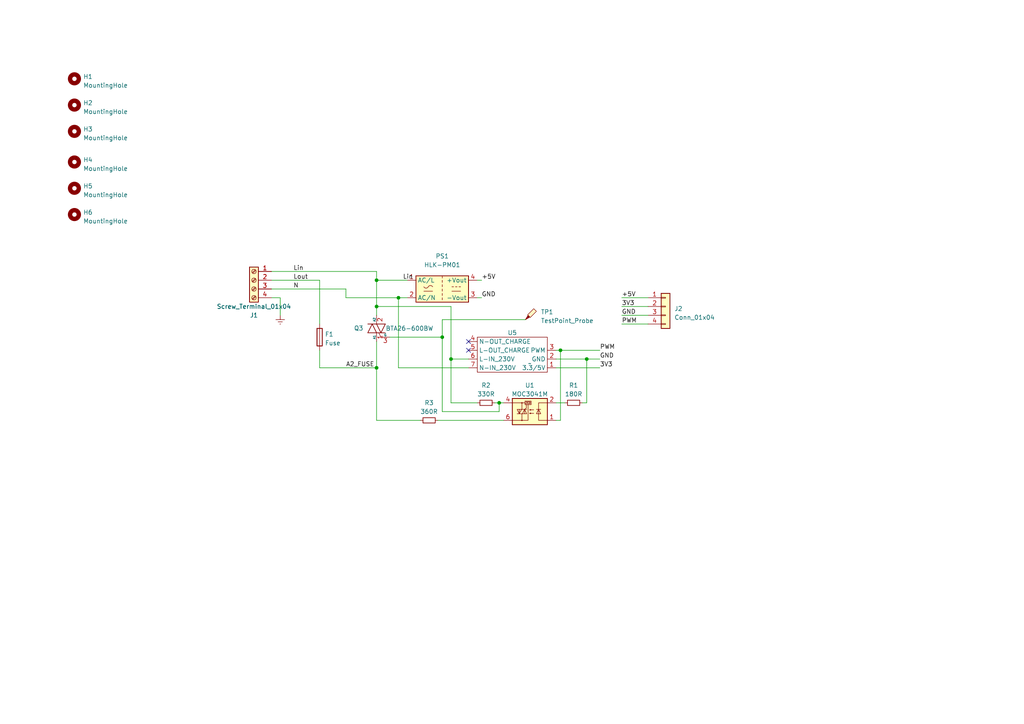
<source format=kicad_sch>
(kicad_sch (version 20230121) (generator eeschema)
  (paper "A4")
  (lib_symbols
    (symbol "Connector:Screw_Terminal_01x04" (pin_names (offset 1.016) hide)
      (property "Reference" "J" (at 0 5.08 0))
      (property "Value" "Screw_Terminal_01x04" (at 0 -7.62 0))
      (symbol "Screw_Terminal_01x04_1_1"
        (rectangle (start -1.27 3.81) (end 1.27 -6.35) (stroke (width 0.254)) (fill (type background)))
        (circle (center 0 -5.08) (radius 0.635) (stroke (width 0.1524)))
        (circle (center 0 -2.54) (radius 0.635) (stroke (width 0.1524)))
        (polyline (pts (xy -0.5334 -4.7498) (xy 0.3302 -5.588)) (stroke (width 0.1524)))
        (polyline (pts (xy -0.5334 -2.2098) (xy 0.3302 -3.048)) (stroke (width 0.1524)))
        (polyline (pts (xy -0.5334 0.3302) (xy 0.3302 -0.508)) (stroke (width 0.1524)))
        (polyline (pts (xy -0.5334 2.8702) (xy 0.3302 2.032)) (stroke (width 0.1524)))
        (polyline (pts (xy -0.3556 -4.572) (xy 0.508 -5.4102)) (stroke (width 0.1524)))
        (polyline (pts (xy -0.3556 -2.032) (xy 0.508 -2.8702)) (stroke (width 0.1524)))
        (polyline (pts (xy -0.3556 0.508) (xy 0.508 -0.3302)) (stroke (width 0.1524)))
        (polyline (pts (xy -0.3556 3.048) (xy 0.508 2.2098)) (stroke (width 0.1524)))
        (circle (center 0 0) (radius 0.635) (stroke (width 0.1524)))
        (circle (center 0 2.54) (radius 0.635) (stroke (width 0.1524)))
        (pin passive line (at -5.08 2.54 0) (length 3.81) (name "Pin_1") (number "1"))
        (pin passive line (at -5.08 0 0) (length 3.81) (name "Pin_2") (number "2"))
        (pin passive line (at -5.08 -2.54 0) (length 3.81) (name "Pin_3") (number "3"))
        (pin passive line (at -5.08 -5.08 0) (length 3.81) (name "Pin_4") (number "4"))
      )
    )
    (symbol "Connector:TestPoint_Probe" (pin_numbers hide) (pin_names (offset 0.762) hide)
      (property "Reference" "TP" (at 1.651 5.842 0))
      (property "Value" "TestPoint_Probe" (at 1.651 4.064 0))
      (symbol "TestPoint_Probe_0_1"
        (polyline (pts (xy 1.27 0.762) (xy 0 0) (xy 0.762 1.27) (xy 1.27 0.762)) (fill (type outline)))
        (polyline (pts (xy 1.397 0.635) (xy 0.635 1.397) (xy 2.413 3.175) (xy 3.175 2.413) (xy 1.397 0.635)) (fill (type background)))
      )
      (symbol "TestPoint_Probe_1_1"
        (pin passive line (at 0 0 90) (length 0) (name "1") (number "1"))
      )
    )
    (symbol "Connector_Generic:Conn_01x04" (pin_names (offset 1.016) hide)
      (property "Reference" "J" (at 0 5.08 0))
      (property "Value" "Conn_01x04" (at 0 -7.62 0))
      (symbol "Conn_01x04_1_1"
        (rectangle (start -1.27 -4.953) (end 0 -5.207) (stroke (width 0.1524)))
        (rectangle (start -1.27 -2.413) (end 0 -2.667) (stroke (width 0.1524)))
        (rectangle (start -1.27 0.127) (end 0 -0.127) (stroke (width 0.1524)))
        (rectangle (start -1.27 2.667) (end 0 2.413) (stroke (width 0.1524)))
        (rectangle (start -1.27 3.81) (end 1.27 -6.35) (stroke (width 0.254)) (fill (type background)))
        (pin passive line (at -5.08 2.54 0) (length 3.81) (name "Pin_1") (number "1"))
        (pin passive line (at -5.08 0 0) (length 3.81) (name "Pin_2") (number "2"))
        (pin passive line (at -5.08 -2.54 0) (length 3.81) (name "Pin_3") (number "3"))
        (pin passive line (at -5.08 -5.08 0) (length 3.81) (name "Pin_4") (number "4"))
      )
    )
    (symbol "Converter_ACDC:HLK-PM01"
      (property "Reference" "PS" (at 0 5.08 0))
      (property "Value" "HLK-PM01" (at 0 -5.08 0))
      (symbol "HLK-PM01_0_1"
        (rectangle (start -7.62 3.81) (end 7.62 -3.81) (stroke (width 0.254)) (fill (type background)))
        (arc (start -5.334 0.635) (mid -4.699 0.2495) (end -4.064 0.635))
        (arc (start -2.794 0.635) (mid -3.429 1.0072) (end -4.064 0.635))
        (polyline (pts (xy -5.334 -0.635) (xy -2.794 -0.635)))
        (polyline (pts (xy 0 -2.54) (xy 0 -3.175)))
        (polyline (pts (xy 0 -1.27) (xy 0 -1.905)))
        (polyline (pts (xy 0 0) (xy 0 -0.635)))
        (polyline (pts (xy 0 1.27) (xy 0 0.635)))
        (polyline (pts (xy 0 2.54) (xy 0 1.905)))
        (polyline (pts (xy 0 3.81) (xy 0 3.175)))
        (polyline (pts (xy 2.794 -0.635) (xy 5.334 -0.635)))
        (polyline (pts (xy 2.794 0.635) (xy 3.302 0.635)))
        (polyline (pts (xy 3.81 0.635) (xy 4.318 0.635)))
        (polyline (pts (xy 4.826 0.635) (xy 5.334 0.635)))
      )
      (symbol "HLK-PM01_1_1"
        (pin power_in line (at -10.16 2.54 0) (length 2.54) (name "AC/L") (number "1"))
        (pin power_in line (at -10.16 -2.54 0) (length 2.54) (name "AC/N") (number "2"))
        (pin power_out line (at 10.16 -2.54 180) (length 2.54) (name "-Vout") (number "3"))
        (pin power_out line (at 10.16 2.54 180) (length 2.54) (name "+Vout") (number "4"))
      )
    )
    (symbol "Device:Fuse" (pin_numbers hide) (pin_names (offset 0))
      (property "Reference" "F" (at 2.032 0 90))
      (property "Value" "Fuse" (at -1.905 0 90))
      (symbol "Fuse_0_1"
        (rectangle (start -0.762 -2.54) (end 0.762 2.54) (stroke (width 0.254)))
        (polyline (pts (xy 0 2.54) (xy 0 -2.54)))
      )
      (symbol "Fuse_1_1"
        (pin passive line (at 0 3.81 270) (length 1.27) (name "~") (number "1"))
        (pin passive line (at 0 -3.81 90) (length 1.27) (name "~") (number "2"))
      )
    )
    (symbol "Device:R_Small" (pin_numbers hide) (pin_names (offset 0.254) hide)
      (property "Reference" "R" (at 0.762 0.508 0))
      (property "Value" "R_Small" (at 0.762 -1.016 0))
      (symbol "R_Small_0_1"
        (rectangle (start -0.762 1.778) (end 0.762 -1.778) (stroke (width 0.2032)))
      )
      (symbol "R_Small_1_1"
        (pin passive line (at 0 2.54 270) (length 0.762) (name "~") (number "1"))
        (pin passive line (at 0 -2.54 90) (length 0.762) (name "~") (number "2"))
      )
    )
    (symbol "Mechanical:MountingHole" (pin_names (offset 1.016))
      (property "Reference" "H" (at 0 5.08 0))
      (property "Value" "MountingHole" (at 0 3.175 0))
      (symbol "MountingHole_0_1"
        (circle (center 0 0) (radius 1.27) (stroke (width 1.27)))
      )
    )
    (symbol "Relay_SolidState:MOC3041M"
      (property "Reference" "U" (at -5.08 5.08 0))
      (property "Value" "MOC3041M" (at 0 5.08 0))
      (symbol "MOC3041M_0_0"
        (rectangle (start -0.381 -2.032) (end 1.397 -3.048))
        (polyline (pts (xy 2.286 -2.54) (xy 1.397 -2.54)))
        (polyline (pts (xy 1.524 -0.635) (xy 1.016 -1.016) (xy 1.016 -2.032)))
        (text "ZCD" (at 0.508 -2.54 0) (effects (font (size 0.508 0.508))))
      )
      (symbol "MOC3041M_0_1"
        (rectangle (start -5.08 3.81) (end 5.08 -3.81) (stroke (width 0.254)) (fill (type background)))
        (polyline (pts (xy -3.175 -0.635) (xy -1.905 -0.635)))
        (polyline (pts (xy 1.524 -0.635) (xy 1.524 0.635)))
        (polyline (pts (xy 3.048 0.635) (xy 3.048 -0.635)))
        (polyline (pts (xy 2.286 -0.635) (xy 2.286 -2.54) (xy 5.08 -2.54)))
        (polyline (pts (xy 2.286 0.635) (xy 2.286 2.54) (xy 5.08 2.54)))
        (polyline (pts (xy 2.286 2.54) (xy 0.508 2.54) (xy 0.508 -2.032)))
        (polyline (pts (xy -5.08 2.54) (xy -2.54 2.54) (xy -2.54 -2.54) (xy -5.08 -2.54)))
        (polyline (pts (xy -2.54 -0.635) (xy -3.175 0.635) (xy -1.905 0.635) (xy -2.54 -0.635)))
        (polyline (pts (xy 0.889 -0.635) (xy 3.683 -0.635) (xy 3.048 0.635) (xy 2.413 -0.635)))
        (polyline (pts (xy 3.683 0.635) (xy 0.889 0.635) (xy 1.524 -0.635) (xy 2.159 0.635)))
        (polyline (pts (xy -1.143 -0.508) (xy 0.127 -0.508) (xy -0.254 -0.635) (xy -0.254 -0.381) (xy 0.127 -0.508)))
        (polyline (pts (xy -1.143 0.508) (xy 0.127 0.508) (xy -0.254 0.381) (xy -0.254 0.635) (xy 0.127 0.508)))
        (circle (center 2.286 -2.54) (radius 0.127))
        (circle (center 2.286 2.54) (radius 0.127))
      )
      (symbol "MOC3041M_1_1"
        (pin passive line (at -7.62 2.54 0) (length 2.54) (name "~") (number "1"))
        (pin passive line (at -7.62 -2.54 0) (length 2.54) (name "~") (number "2"))
        (pin no_connect line (at -5.08 0 0) (length 2.54) hide (name "NC") (number "3"))
        (pin passive line (at 7.62 -2.54 180) (length 2.54) (name "~") (number "4"))
        (pin no_connect line (at 5.08 0 180) (length 2.54) hide (name "NC") (number "5"))
        (pin passive line (at 7.62 2.54 180) (length 2.54) (name "~") (number "6"))
      )
    )
    (symbol "Triac_Thyristor:BTA16-600BW" (pin_names (offset 0))
      (property "Reference" "Q" (at 5.08 1.905 0))
      (property "Value" "BTA16-600BW" (at 5.08 0 0))
      (symbol "BTA16-600BW_0_1"
        (polyline (pts (xy -2.54 -1.27) (xy 2.54 -1.27)) (stroke (width 0.2032)))
        (polyline (pts (xy -2.54 1.27) (xy 2.54 1.27)) (stroke (width 0.2032)))
        (polyline (pts (xy -1.27 -2.54) (xy -0.635 -1.27)))
        (polyline (pts (xy -2.54 1.27) (xy -1.27 -1.27) (xy 0 1.27)) (stroke (width 0.2032)))
        (polyline (pts (xy 0 -1.27) (xy 1.27 1.27) (xy 2.54 -1.27)) (stroke (width 0.2032)))
      )
      (symbol "BTA16-600BW_1_1"
        (pin passive line (at 0 -3.81 90) (length 2.54) (name "A1") (number "1"))
        (pin passive line (at 0 3.81 270) (length 2.54) (name "A2") (number "2"))
        (pin input line (at -3.81 -2.54 0) (length 2.54) (name "G") (number "3"))
      )
    )
    (symbol "module:YYAC-3S_PWM_TRIAC"
      (property "Reference" "U" (at 1.27 3.81 0))
      (symbol "YYAC-3S_PWM_TRIAC_0_1"
        (polyline (pts (xy -5.08 2.54) (xy 15.24 2.54) (xy 15.24 -7.62) (xy -5.08 -7.62) (xy -5.08 2.54)))
      )
      (symbol "YYAC-3S_PWM_TRIAC_1_1"
        (pin input line (at -7.62 1.27 0) (length 2.54) (name "3.3/5V") (number "1"))
        (pin input line (at -7.62 -1.27 0) (length 2.54) (name "GND") (number "2"))
        (pin input line (at -7.62 -3.81 0) (length 2.54) (name "PWM") (number "3"))
        (pin output line (at 17.78 -6.35 180) (length 2.54) (name "N-OUT_CHARGE") (number "4"))
        (pin output line (at 17.78 -3.81 180) (length 2.54) (name "L-OUT_CHARGE") (number "5"))
        (pin input line (at 17.78 -1.27 180) (length 2.54) (name "L-IN_230V") (number "6"))
        (pin input line (at 17.78 1.27 180) (length 2.54) (name "N-IN_230V") (number "7"))
      )
    )
    (symbol "power:Earth" (power) (pin_names (offset 0))
      (symbol "Earth_0_1"
        (polyline (pts (xy -0.635 -1.905) (xy 0.635 -1.905)))
        (polyline (pts (xy -0.127 -2.54) (xy 0.127 -2.54)))
        (polyline (pts (xy 0 -1.27) (xy 0 0)))
        (polyline (pts (xy 1.27 -1.27) (xy -1.27 -1.27)))
      )
      (symbol "Earth_1_1"
        (pin power_in line (at 0 0 270) (length 0) hide (name "Earth") (number "1"))
      )
    )
  )
  (junction (at 109.22 88.9))
  (junction (at 109.22 81.28))
  (junction (at 128.27 97.79))
  (junction (at 130.81 104.14))
  (junction (at 109.22 106.68))
  (junction (at 170.18 104.14))
  (junction (at 162.56 101.6))
  (junction (at 144.78 116.84))
  (junction (at 115.57 86.36))
  (no_connect (at 135.89 99.06))
  (no_connect (at 135.89 101.6))
  (wire (pts (xy 109.22 88.9) (xy 109.22 91.44)))
  (wire (pts (xy 138.43 116.84) (xy 130.81 116.84)))
  (wire (pts (xy 161.29 121.92) (xy 162.56 121.92)))
  (wire (pts (xy 130.81 116.84) (xy 130.81 104.14)))
  (wire (pts (xy 180.34 88.9) (xy 187.96 88.9)))
  (wire (pts (xy 143.51 116.84) (xy 144.78 116.84)))
  (wire (pts (xy 138.43 86.36) (xy 139.7 86.36)))
  (wire (pts (xy 115.57 86.36) (xy 118.11 86.36)))
  (wire (pts (xy 170.18 116.84) (xy 168.91 116.84)))
  (wire (pts (xy 128.27 92.71) (xy 152.4 92.71)))
  (wire (pts (xy 100.33 86.36) (xy 115.57 86.36)))
  (wire (pts (xy 109.22 81.28) (xy 109.22 78.74)))
  (wire (pts (xy 180.34 93.98) (xy 187.96 93.98)))
  (wire (pts (xy 115.57 106.68) (xy 115.57 86.36)))
  (wire (pts (xy 121.92 121.92) (xy 109.22 121.92)))
  (wire (pts (xy 78.74 81.28) (xy 92.71 81.28)))
  (wire (pts (xy 161.29 104.14) (xy 170.18 104.14)))
  (wire (pts (xy 92.71 106.68) (xy 109.22 106.68)))
  (wire (pts (xy 128.27 92.71) (xy 128.27 97.79)))
  (wire (pts (xy 92.71 101.6) (xy 92.71 106.68)))
  (wire (pts (xy 109.22 99.06) (xy 109.22 106.68)))
  (wire (pts (xy 161.29 106.68) (xy 173.99 106.68)))
  (wire (pts (xy 170.18 104.14) (xy 170.18 116.84)))
  (wire (pts (xy 173.99 101.6) (xy 162.56 101.6)))
  (wire (pts (xy 109.22 121.92) (xy 109.22 106.68)))
  (wire (pts (xy 180.34 86.36) (xy 187.96 86.36)))
  (wire (pts (xy 78.74 86.36) (xy 81.28 86.36)))
  (wire (pts (xy 130.81 88.9) (xy 130.81 104.14)))
  (wire (pts (xy 162.56 101.6) (xy 161.29 101.6)))
  (wire (pts (xy 109.22 81.28) (xy 118.11 81.28)))
  (wire (pts (xy 109.22 81.28) (xy 109.22 88.9)))
  (wire (pts (xy 78.74 83.82) (xy 100.33 83.82)))
  (wire (pts (xy 139.7 81.28) (xy 138.43 81.28)))
  (wire (pts (xy 144.78 119.38) (xy 144.78 116.84)))
  (wire (pts (xy 113.03 97.79) (xy 128.27 97.79)))
  (wire (pts (xy 170.18 104.14) (xy 173.99 104.14)))
  (wire (pts (xy 162.56 101.6) (xy 162.56 121.92)))
  (wire (pts (xy 128.27 119.38) (xy 144.78 119.38)))
  (wire (pts (xy 92.71 81.28) (xy 92.71 93.98)))
  (wire (pts (xy 100.33 83.82) (xy 100.33 86.36)))
  (wire (pts (xy 144.78 116.84) (xy 146.05 116.84)))
  (wire (pts (xy 130.81 104.14) (xy 135.89 104.14)))
  (wire (pts (xy 78.74 78.74) (xy 109.22 78.74)))
  (wire (pts (xy 180.34 91.44) (xy 187.96 91.44)))
  (wire (pts (xy 81.28 86.36) (xy 81.28 91.44)))
  (wire (pts (xy 128.27 97.79) (xy 128.27 119.38)))
  (wire (pts (xy 135.89 106.68) (xy 115.57 106.68)))
  (wire (pts (xy 109.22 88.9) (xy 130.81 88.9)))
  (wire (pts (xy 127 121.92) (xy 146.05 121.92)))
  (wire (pts (xy 161.29 116.84) (xy 163.83 116.84)))
  (label "+5V" (at 180.34 86.36 0))
  (label "Lin" (at 85.09 78.74 0))
  (label "PWM" (at 180.34 93.98 0))
  (label "Lout" (at 85.09 81.28 0))
  (label "3V3" (at 180.34 88.9 0))
  (label "Lin" (at 116.84 81.28 0))
  (label "GND" (at 180.34 91.44 0))
  (label "GND" (at 173.99 104.14 0))
  (label "3V3" (at 173.99 106.68 0))
  (label "GND" (at 139.7 86.36 0))
  (label "+5V" (at 139.7 81.28 0))
  (label "PWM" (at 173.99 101.6 0))
  (label "N" (at 85.09 83.82 0))
  (label "A2_FUSE" (at 100.33 106.68 0))
  (symbol (lib_id "power:Earth") (at 81.28 91.44 0) (unit 1)
    (property "Reference" "#PWR01" (effects hide))
    (property "Value" "Earth" (effects hide))
  )
  (symbol (lib_id "Converter_ACDC:HLK-PM01") (at 128.27 83.82 0) (unit 1)
    (property "Reference" "PS1" (at 128.27 74.295 0))
    (property "Value" "HLK-PM01" (at 128.27 76.835 0))
    (property "Footprint" "Converter_ACDC:Converter_ACDC_HiLink_HLK-PMxx" (effects hide))
    (property "Datasheet" "http://www.hlktech.net/product_detail.php?ProId=54" (effects hide))
  )
  (symbol (lib_id "Mechanical:MountingHole") (at 21.59 54.61 0) (unit 1)
    (property "Reference" "H5" (at 24.13 53.975 0) (effects (justify left)))
    (property "Value" "MountingHole" (at 24.13 56.515 0) (effects (justify left)))
    (property "Footprint" "MountingHole:MountingHole_3.2mm_M3" (effects hide))
  )
  (symbol (lib_id "Mechanical:MountingHole") (at 21.59 38.1 0) (unit 1)
    (property "Reference" "H3" (at 24.13 37.465 0) (effects (justify left)))
    (property "Value" "MountingHole" (at 24.13 40.005 0) (effects (justify left)))
    (property "Footprint" "MountingHole:MountingHole_3.2mm_M3" (effects hide))
  )
  (symbol (lib_id "Mechanical:MountingHole") (at 21.59 62.23 0) (unit 1)
    (property "Reference" "H6" (at 24.13 61.595 0) (effects (justify left)))
    (property "Value" "MountingHole" (at 24.13 64.135 0) (effects (justify left)))
    (property "Footprint" "MountingHole:MountingHole_3.2mm_M3" (effects hide))
  )
  (symbol (lib_id "Device:R_Small") (at 124.46 121.92 90) (unit 1)
    (property "Reference" "R3" (at 124.46 116.84 90))
    (property "Value" "360R" (at 124.46 119.38 90))
    (property "Footprint" "Resistor_THT:R_Axial_DIN0207_L6.3mm_D2.5mm_P10.16mm_Horizontal" (effects hide))
  )
  (symbol (lib_id "Mechanical:MountingHole") (at 21.59 30.48 0) (unit 1)
    (property "Reference" "H2" (at 24.13 29.845 0) (effects (justify left)))
    (property "Value" "MountingHole" (at 24.13 32.385 0) (effects (justify left)))
    (property "Footprint" "MountingHole:MountingHole_3.2mm_M3" (effects hide))
  )
  (symbol (lib_id "Connector:Screw_Terminal_01x04") (at 73.66 81.28 0) (mirror y) (unit 1)
    (property "Reference" "J1" (at 73.66 91.44 0))
    (property "Value" "Screw_Terminal_01x04" (at 73.66 88.9 0))
    (property "Footprint" "Connector_Phoenix_MC:KF7.62_4P" (effects hide))
  )
  (symbol (lib_id "Relay_SolidState:MOC3041M") (at 153.67 119.38 180) (unit 1)
    (property "Reference" "U1" (at 153.67 111.76 0))
    (property "Value" "MOC3041M" (at 153.67 114.3 0))
    (property "Footprint" "Package_DIP:DIP-6_W7.62mm" (effects hide))
    (property "Datasheet" "https://www.onsemi.com/pub/Collateral/MOC3043M-D.pdf" (effects hide))
  )
  (symbol (lib_id "Triac_Thyristor:BTA16-600BW") (at 109.22 95.25 0) (mirror y) (unit 1)
    (property "Reference" "Q3" (at 105.41 95.1992 0) (effects (justify left)))
    (property "Value" "BTA26-600BW" (at 125.73 95.25 0) (effects (justify left)))
    (property "Footprint" "Package_TO_SOT_THT:TOP3_Vertical" (effects hide))
    (property "Datasheet" "https://www.st.com/resource/en/datasheet/bta16.pdf" (effects hide))
  )
  (symbol (lib_id "Device:R_Small") (at 166.37 116.84 90) (unit 1)
    (property "Reference" "R1" (at 166.37 111.76 90))
    (property "Value" "180R" (at 166.37 114.3 90))
    (property "Footprint" "Resistor_THT:R_Axial_DIN0207_L6.3mm_D2.5mm_P10.16mm_Horizontal" (effects hide))
  )
  (symbol (lib_id "Device:R_Small") (at 140.97 116.84 90) (unit 1)
    (property "Reference" "R2" (at 140.97 111.76 90))
    (property "Value" "330R" (at 140.97 114.3 90))
    (property "Footprint" "Resistor_THT:R_Axial_DIN0207_L6.3mm_D2.5mm_P10.16mm_Horizontal" (effects hide))
  )
  (symbol (lib_id "Mechanical:MountingHole") (at 21.59 22.86 0) (unit 1)
    (property "Reference" "H1" (at 24.13 22.225 0) (effects (justify left)))
    (property "Value" "MountingHole" (at 24.13 24.765 0) (effects (justify left)))
    (property "Footprint" "MountingHole:MountingHole_3.2mm_M3" (effects hide))
  )
  (symbol (lib_id "Connector_Generic:Conn_01x04") (at 193.04 88.9 0) (unit 1)
    (property "Reference" "J2" (at 195.58 89.535 0) (effects (justify left)))
    (property "Value" "Conn_01x04" (at 195.58 92.075 0) (effects (justify left)))
    (property "Footprint" "Connector_PinHeader_2.54mm:PinHeader_1x04_P2.54mm_Vertical" (effects hide))
  )
  (symbol (lib_id "Mechanical:MountingHole") (at 21.59 46.99 0) (unit 1)
    (property "Reference" "H4" (at 24.13 46.355 0) (effects (justify left)))
    (property "Value" "MountingHole" (at 24.13 48.895 0) (effects (justify left)))
    (property "Footprint" "MountingHole:MountingHole_3.2mm_M3" (effects hide))
  )
  (symbol (lib_id "Connector:TestPoint_Probe") (at 152.4 92.71 0) (unit 1)
    (property "Reference" "TP1" (at 156.845 90.4875 0) (effects (justify left)))
    (property "Value" "TestPoint_Probe" (at 156.845 93.0275 0) (effects (justify left)))
    (property "Footprint" "TestPoint:TestPoint_Loop_D2.50mm_Drill1.0mm" (effects hide))
  )
  (symbol (lib_id "Device:Fuse") (at 92.71 97.79 0) (unit 1)
    (property "Reference" "F1" (at 94.234 96.9553 0) (effects (justify left)))
    (property "Value" "Fuse" (at 94.234 99.4922 0) (effects (justify left)))
    (property "Footprint" "Fuse:Fuseholder_Clip-5x20mm_Littelfuse_100_Inline_P20.50x4.60mm_D1.30mm_Horizontal" (effects hide))
  )
  (symbol (lib_id "module:YYAC-3S_PWM_TRIAC") (at 153.67 105.41 180) (unit 1)
    (property "Reference" "U5" (at 148.59 96.52 0))
    (property "Value" "~" (at 153.67 105.41 0))
    (property "Footprint" "Module:YYAC-3S PWM TRIAC" (effects hide))
  )
)
</source>
